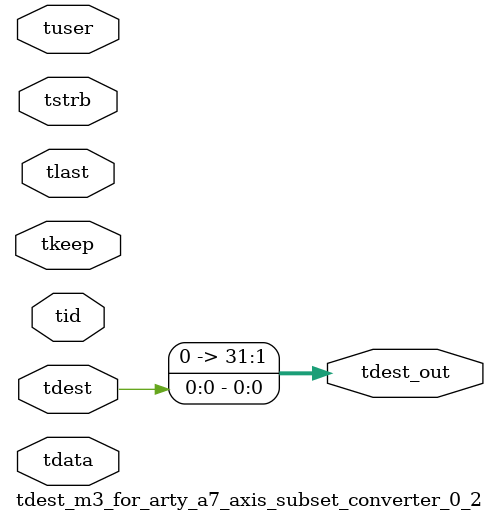
<source format=v>


`timescale 1ps/1ps

module tdest_m3_for_arty_a7_axis_subset_converter_0_2 #
(
parameter C_S_AXIS_TDATA_WIDTH = 32,
parameter C_S_AXIS_TUSER_WIDTH = 0,
parameter C_S_AXIS_TID_WIDTH   = 0,
parameter C_S_AXIS_TDEST_WIDTH = 0,
parameter C_M_AXIS_TDEST_WIDTH = 32
)
(
input  [(C_S_AXIS_TDATA_WIDTH == 0 ? 1 : C_S_AXIS_TDATA_WIDTH)-1:0     ] tdata,
input  [(C_S_AXIS_TUSER_WIDTH == 0 ? 1 : C_S_AXIS_TUSER_WIDTH)-1:0     ] tuser,
input  [(C_S_AXIS_TID_WIDTH   == 0 ? 1 : C_S_AXIS_TID_WIDTH)-1:0       ] tid,
input  [(C_S_AXIS_TDEST_WIDTH == 0 ? 1 : C_S_AXIS_TDEST_WIDTH)-1:0     ] tdest,
input  [(C_S_AXIS_TDATA_WIDTH/8)-1:0 ] tkeep,
input  [(C_S_AXIS_TDATA_WIDTH/8)-1:0 ] tstrb,
input                                                                    tlast,
output [C_M_AXIS_TDEST_WIDTH-1:0] tdest_out
);

assign tdest_out = {tdest[0:0]};

endmodule


</source>
